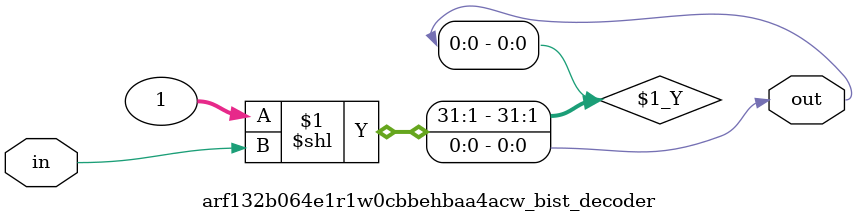
<source format=sv>

`ifndef ARF132B064E1R1W0CBBEHBAA4ACW_BIST_DECODER_SV
`define ARF132B064E1R1W0CBBEHBAA4ACW_BIST_DECODER_SV

module arf132b064e1r1w0cbbehbaa4acw_bist_decoder # (
  parameter IN_WIDTH  = 1,
  parameter OUT_WIDTH = 1
)
(
  input  logic [IN_WIDTH-1:0]  in,
  output logic [OUT_WIDTH-1:0] out
);
  
  assign out = 'b1 << in;

endmodule // arf132b064e1r1w0cbbehbaa4acw_bist_decoder

`endif // ARF132B064E1R1W0CBBEHBAA4ACW_BIST_DECODER_SV
</source>
